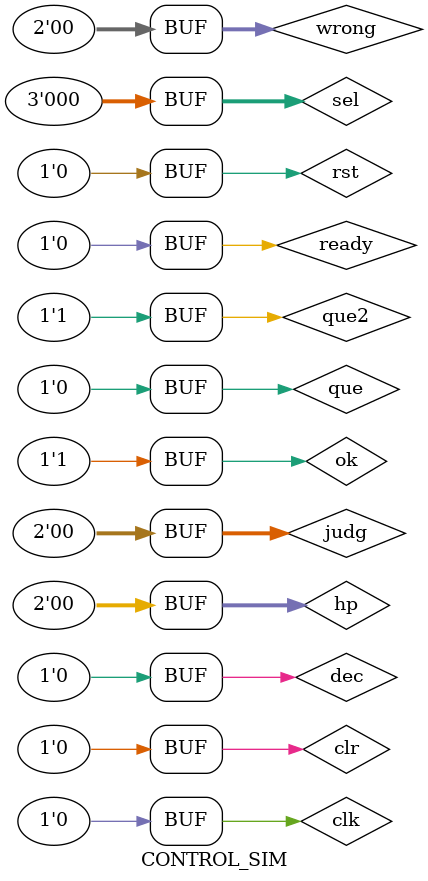
<source format=v>
`timescale 1ns / 100ps
module CONTROL_SIM();


reg  clk, rst, ready, que, dec, clr, ok, que2;
reg [1:0] hp, judg, wrong;
reg [2:0] sel;


//wire ready_out;
//wire [2:0] sel_out;
//wire dec_out, clr_out;
//wire [2:0] cnt;



JOIN a1(

//------------------INPUT---------------------------
 .CLK(clk),
 .RST(rst),
 .READY_IN(ready),
 .QUE_IN(que),
 .SEL(sel),//3
 .DEC(dec),
 .CLR_IN(clr),
 .OK_IN(ok),
 .HP_IN(hp),//2
 .QUE(que2),
 .JUDG_IN(judg),//2
 .RESULT(wrong)//2
 
 //----------------OUTPUT----------------------------
//  .READY_OUT(ready_out),
//  .SEL_OUT(sel_out),
//  .DEC_OUT(dec_out),
//  .CLR_OUT(clr_out)
 //.CNT(cnt),
 //.NEED_1SEC(need)
);

always begin
        clk = 1;
  #0.8  clk = 0;
  #0.8;
end


initial begin
     rst = 0;
     ready = 0;
     que = 0;
     dec = 0;
     clr = 0;
     ok = 0;
     que2 = 0;
     hp = 2'b0;
     judg = 2'b0;
     wrong = 2'b0;
     sel = 3'b0;
#20 ok = 1;
    que2 = 1;//Swich QUESTION from INPUTmodule
#5  rst = 1;
#5  rst = 0;
    //que2 = 0;
// #20 que = 1;//Swich INPUT SW[0]
// //#10  que = 0;
// #20 wrong = 2'b01;//Swich WRONG   //modi 11<-01
//     judg  = 2'b01;                // GOOD判定
// #5  wrong = 2'b00;
// #20 ok = 1;                       //modi     add
// #5  ok = 0;
// #20 que = 1;//Swich INPUT         //modi    add
// #10  que = 0;                    //modi     add 
//#10 wrong = 2'b00;  
//#20 que = 0;//Swich QUESTION


end


// always begin
//   que = 0;
// #150 que = 1;
// #150;  
// end



endmodule
</source>
